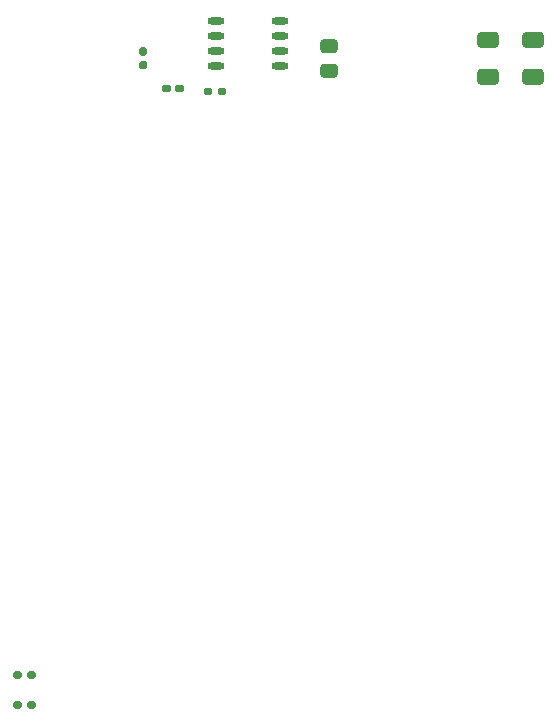
<source format=gbr>
%TF.GenerationSoftware,KiCad,Pcbnew,(5.1.9)-1*%
%TF.CreationDate,2021-03-29T16:21:42+05:30*%
%TF.ProjectId,LightStage,4c696768-7453-4746-9167-652e6b696361,rev?*%
%TF.SameCoordinates,Original*%
%TF.FileFunction,Paste,Bot*%
%TF.FilePolarity,Positive*%
%FSLAX46Y46*%
G04 Gerber Fmt 4.6, Leading zero omitted, Abs format (unit mm)*
G04 Created by KiCad (PCBNEW (5.1.9)-1) date 2021-03-29 16:21:42*
%MOMM*%
%LPD*%
G01*
G04 APERTURE LIST*
%ADD10O,1.450000X0.599999*%
G04 APERTURE END LIST*
%TO.C,D1*%
G36*
G01*
X61532000Y-70198000D02*
X61532000Y-70518000D01*
G75*
G02*
X61372000Y-70678000I-160000J0D01*
G01*
X60927000Y-70678000D01*
G75*
G02*
X60767000Y-70518000I0J160000D01*
G01*
X60767000Y-70198000D01*
G75*
G02*
X60927000Y-70038000I160000J0D01*
G01*
X61372000Y-70038000D01*
G75*
G02*
X61532000Y-70198000I0J-160000D01*
G01*
G37*
G36*
G01*
X62677000Y-70198000D02*
X62677000Y-70518000D01*
G75*
G02*
X62517000Y-70678000I-160000J0D01*
G01*
X62072000Y-70678000D01*
G75*
G02*
X61912000Y-70518000I0J160000D01*
G01*
X61912000Y-70198000D01*
G75*
G02*
X62072000Y-70038000I160000J0D01*
G01*
X62517000Y-70038000D01*
G75*
G02*
X62677000Y-70198000I0J-160000D01*
G01*
G37*
%TD*%
%TO.C,C3*%
G36*
G01*
X89042001Y-66918000D02*
X87741999Y-66918000D01*
G75*
G02*
X87492000Y-66668001I0J249999D01*
G01*
X87492000Y-65842999D01*
G75*
G02*
X87741999Y-65593000I249999J0D01*
G01*
X89042001Y-65593000D01*
G75*
G02*
X89292000Y-65842999I0J-249999D01*
G01*
X89292000Y-66668001D01*
G75*
G02*
X89042001Y-66918000I-249999J0D01*
G01*
G37*
G36*
G01*
X89042001Y-70043000D02*
X87741999Y-70043000D01*
G75*
G02*
X87492000Y-69793001I0J249999D01*
G01*
X87492000Y-68967999D01*
G75*
G02*
X87741999Y-68718000I249999J0D01*
G01*
X89042001Y-68718000D01*
G75*
G02*
X89292000Y-68967999I0J-249999D01*
G01*
X89292000Y-69793001D01*
G75*
G02*
X89042001Y-70043000I-249999J0D01*
G01*
G37*
%TD*%
%TO.C,C2*%
G36*
G01*
X92852001Y-66918000D02*
X91551999Y-66918000D01*
G75*
G02*
X91302000Y-66668001I0J249999D01*
G01*
X91302000Y-65842999D01*
G75*
G02*
X91551999Y-65593000I249999J0D01*
G01*
X92852001Y-65593000D01*
G75*
G02*
X93102000Y-65842999I0J-249999D01*
G01*
X93102000Y-66668001D01*
G75*
G02*
X92852001Y-66918000I-249999J0D01*
G01*
G37*
G36*
G01*
X92852001Y-70043000D02*
X91551999Y-70043000D01*
G75*
G02*
X91302000Y-69793001I0J249999D01*
G01*
X91302000Y-68967999D01*
G75*
G02*
X91551999Y-68718000I249999J0D01*
G01*
X92852001Y-68718000D01*
G75*
G02*
X93102000Y-68967999I0J-249999D01*
G01*
X93102000Y-69793001D01*
G75*
G02*
X92852001Y-70043000I-249999J0D01*
G01*
G37*
%TD*%
%TO.C,C1*%
G36*
G01*
X75405000Y-67368000D02*
X74455000Y-67368000D01*
G75*
G02*
X74205000Y-67118000I0J250000D01*
G01*
X74205000Y-66443000D01*
G75*
G02*
X74455000Y-66193000I250000J0D01*
G01*
X75405000Y-66193000D01*
G75*
G02*
X75655000Y-66443000I0J-250000D01*
G01*
X75655000Y-67118000D01*
G75*
G02*
X75405000Y-67368000I-250000J0D01*
G01*
G37*
G36*
G01*
X75405000Y-69443000D02*
X74455000Y-69443000D01*
G75*
G02*
X74205000Y-69193000I0J250000D01*
G01*
X74205000Y-68518000D01*
G75*
G02*
X74455000Y-68268000I250000J0D01*
G01*
X75405000Y-68268000D01*
G75*
G02*
X75655000Y-68518000I0J-250000D01*
G01*
X75655000Y-69193000D01*
G75*
G02*
X75405000Y-69443000I-250000J0D01*
G01*
G37*
%TD*%
%TO.C,R3*%
G36*
G01*
X49389000Y-120175000D02*
X49389000Y-119855000D01*
G75*
G02*
X49549000Y-119695000I160000J0D01*
G01*
X49944000Y-119695000D01*
G75*
G02*
X50104000Y-119855000I0J-160000D01*
G01*
X50104000Y-120175000D01*
G75*
G02*
X49944000Y-120335000I-160000J0D01*
G01*
X49549000Y-120335000D01*
G75*
G02*
X49389000Y-120175000I0J160000D01*
G01*
G37*
G36*
G01*
X48194000Y-120175000D02*
X48194000Y-119855000D01*
G75*
G02*
X48354000Y-119695000I160000J0D01*
G01*
X48749000Y-119695000D01*
G75*
G02*
X48909000Y-119855000I0J-160000D01*
G01*
X48909000Y-120175000D01*
G75*
G02*
X48749000Y-120335000I-160000J0D01*
G01*
X48354000Y-120335000D01*
G75*
G02*
X48194000Y-120175000I0J160000D01*
G01*
G37*
%TD*%
%TO.C,R2*%
G36*
G01*
X49389000Y-122715000D02*
X49389000Y-122395000D01*
G75*
G02*
X49549000Y-122235000I160000J0D01*
G01*
X49944000Y-122235000D01*
G75*
G02*
X50104000Y-122395000I0J-160000D01*
G01*
X50104000Y-122715000D01*
G75*
G02*
X49944000Y-122875000I-160000J0D01*
G01*
X49549000Y-122875000D01*
G75*
G02*
X49389000Y-122715000I0J160000D01*
G01*
G37*
G36*
G01*
X48194000Y-122715000D02*
X48194000Y-122395000D01*
G75*
G02*
X48354000Y-122235000I160000J0D01*
G01*
X48749000Y-122235000D01*
G75*
G02*
X48909000Y-122395000I0J-160000D01*
G01*
X48909000Y-122715000D01*
G75*
G02*
X48749000Y-122875000I-160000J0D01*
G01*
X48354000Y-122875000D01*
G75*
G02*
X48194000Y-122715000I0J160000D01*
G01*
G37*
%TD*%
%TO.C,R1*%
G36*
G01*
X65518000Y-70772000D02*
X65518000Y-70452000D01*
G75*
G02*
X65678000Y-70292000I160000J0D01*
G01*
X66073000Y-70292000D01*
G75*
G02*
X66233000Y-70452000I0J-160000D01*
G01*
X66233000Y-70772000D01*
G75*
G02*
X66073000Y-70932000I-160000J0D01*
G01*
X65678000Y-70932000D01*
G75*
G02*
X65518000Y-70772000I0J160000D01*
G01*
G37*
G36*
G01*
X64323000Y-70772000D02*
X64323000Y-70452000D01*
G75*
G02*
X64483000Y-70292000I160000J0D01*
G01*
X64878000Y-70292000D01*
G75*
G02*
X65038000Y-70452000I0J-160000D01*
G01*
X65038000Y-70772000D01*
G75*
G02*
X64878000Y-70932000I-160000J0D01*
G01*
X64483000Y-70932000D01*
G75*
G02*
X64323000Y-70772000I0J160000D01*
G01*
G37*
%TD*%
%TO.C,C5*%
G36*
G01*
X59337000Y-67618000D02*
X59027000Y-67618000D01*
G75*
G02*
X58872000Y-67463000I0J155000D01*
G01*
X58872000Y-67038000D01*
G75*
G02*
X59027000Y-66883000I155000J0D01*
G01*
X59337000Y-66883000D01*
G75*
G02*
X59492000Y-67038000I0J-155000D01*
G01*
X59492000Y-67463000D01*
G75*
G02*
X59337000Y-67618000I-155000J0D01*
G01*
G37*
G36*
G01*
X59337000Y-68753000D02*
X59027000Y-68753000D01*
G75*
G02*
X58872000Y-68598000I0J155000D01*
G01*
X58872000Y-68173000D01*
G75*
G02*
X59027000Y-68018000I155000J0D01*
G01*
X59337000Y-68018000D01*
G75*
G02*
X59492000Y-68173000I0J-155000D01*
G01*
X59492000Y-68598000D01*
G75*
G02*
X59337000Y-68753000I-155000J0D01*
G01*
G37*
%TD*%
D10*
%TO.C,U1*%
X70796998Y-68453000D03*
X70796998Y-67183000D03*
X70796998Y-65913000D03*
X70796998Y-64643000D03*
X65346999Y-64643000D03*
X65346999Y-65913000D03*
X65346999Y-67183000D03*
X65346999Y-68453000D03*
%TD*%
M02*

</source>
